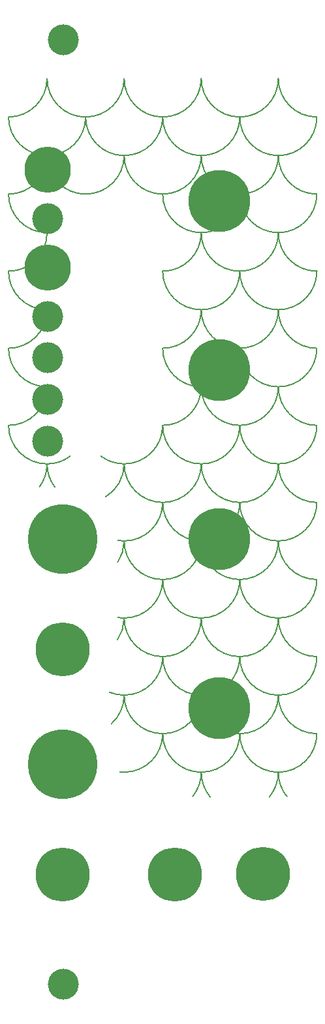
<source format=gbr>
%TF.GenerationSoftware,KiCad,Pcbnew,8.0.6-8.0.6-0~ubuntu22.04.1*%
%TF.CreationDate,2024-12-05T17:52:13+01:00*%
%TF.ProjectId,peaks_v30_panel,7065616b-735f-4763-9330-5f70616e656c,rev?*%
%TF.SameCoordinates,Original*%
%TF.FileFunction,Copper,L1,Top*%
%TF.FilePolarity,Positive*%
%FSLAX46Y46*%
G04 Gerber Fmt 4.6, Leading zero omitted, Abs format (unit mm)*
G04 Created by KiCad (PCBNEW 8.0.6-8.0.6-0~ubuntu22.04.1) date 2024-12-05 17:52:13*
%MOMM*%
%LPD*%
G01*
G04 APERTURE LIST*
%TA.AperFunction,NonConductor*%
%ADD10C,0.200000*%
%TD*%
%TA.AperFunction,ViaPad*%
%ADD11C,8.000000*%
%TD*%
%TA.AperFunction,ViaPad*%
%ADD12C,6.000000*%
%TD*%
%TA.AperFunction,ViaPad*%
%ADD13C,7.000000*%
%TD*%
%TA.AperFunction,ViaPad*%
%ADD14C,4.000000*%
%TD*%
%TA.AperFunction,ViaPad*%
%ADD15C,9.000000*%
%TD*%
%TA.AperFunction,Conductor*%
%ADD16C,0.250000*%
%TD*%
G04 APERTURE END LIST*
D10*
X85993600Y-95163600D02*
G75*
G02*
X80993600Y-100163600I-5000000J0D01*
G01*
X95993600Y-95163600D02*
G75*
G02*
X90993600Y-90163600I0J5000000D01*
G01*
X90993600Y-90163600D02*
G75*
G02*
X85993600Y-95163600I-5000000J0D01*
G01*
X75993600Y-95163600D02*
G75*
G02*
X70993600Y-90163600I0J5000000D01*
G01*
X75993600Y-95163600D02*
G75*
G02*
X70993600Y-100163600I-5000000J0D01*
G01*
X80993600Y-90163600D02*
G75*
G02*
X75993600Y-95163600I-5000000J0D01*
G01*
X95993600Y-95163600D02*
G75*
G02*
X90993600Y-100163600I-5000000J0D01*
G01*
X90993600Y-100163600D02*
G75*
G02*
X85993600Y-95163600I0J5000000D01*
G01*
X85993600Y-95163600D02*
G75*
G02*
X80993600Y-90163600I0J5000000D01*
G01*
X80993600Y-100163600D02*
G75*
G02*
X75993600Y-95163600I0J5000000D01*
G01*
X85993600Y-85163600D02*
G75*
G02*
X80993600Y-90163600I-5000000J0D01*
G01*
X95993600Y-85163600D02*
G75*
G02*
X90993600Y-80163600I0J5000000D01*
G01*
X90993600Y-80163600D02*
G75*
G02*
X85993600Y-85163600I-5000000J0D01*
G01*
X60993600Y-80163600D02*
G75*
G02*
X55993600Y-85163600I-5000000J0D01*
G01*
X80993600Y-80163600D02*
G75*
G02*
X75993600Y-85163600I-5000000J0D01*
G01*
X95993600Y-85163600D02*
G75*
G02*
X90993600Y-90163600I-5000000J0D01*
G01*
X90993600Y-90163600D02*
G75*
G02*
X85993600Y-85163600I0J5000000D01*
G01*
X85993600Y-85163600D02*
G75*
G02*
X80993600Y-80163600I0J5000000D01*
G01*
X80993600Y-90163600D02*
G75*
G02*
X75993600Y-85163600I0J5000000D01*
G01*
X60993600Y-90163600D02*
G75*
G02*
X55993600Y-85163600I0J5000000D01*
G01*
X85993600Y-75163600D02*
G75*
G02*
X80993600Y-80163600I-5000000J0D01*
G01*
X95993600Y-75163600D02*
G75*
G02*
X90993600Y-70163600I0J5000000D01*
G01*
X90993600Y-70163600D02*
G75*
G02*
X85993600Y-75163600I-5000000J0D01*
G01*
X60993600Y-70163600D02*
G75*
G02*
X55993600Y-75163600I-5000000J0D01*
G01*
X80993600Y-70163600D02*
G75*
G02*
X75993600Y-75163600I-5000000J0D01*
G01*
X95993600Y-75163600D02*
G75*
G02*
X90993600Y-80163600I-5000000J0D01*
G01*
X90993600Y-80163600D02*
G75*
G02*
X85993600Y-75163600I0J5000000D01*
G01*
X85993600Y-75163600D02*
G75*
G02*
X80993600Y-70163600I0J5000000D01*
G01*
X80993600Y-80163600D02*
G75*
G02*
X75993600Y-75163600I0J5000000D01*
G01*
X60993600Y-80163600D02*
G75*
G02*
X55993600Y-75163600I0J5000000D01*
G01*
X85993600Y-65163600D02*
G75*
G02*
X80993600Y-70163600I-5000000J0D01*
G01*
X95993600Y-65163600D02*
G75*
G02*
X90993600Y-60163600I0J5000000D01*
G01*
X90993600Y-60163600D02*
G75*
G02*
X85993600Y-65163600I-5000000J0D01*
G01*
X60993600Y-60163600D02*
G75*
G02*
X55993600Y-65163600I-5000000J0D01*
G01*
X80993600Y-60163600D02*
G75*
G02*
X75993600Y-65163600I-5000000J0D01*
G01*
X95993600Y-65163600D02*
G75*
G02*
X90993600Y-70163600I-5000000J0D01*
G01*
X90993600Y-70163600D02*
G75*
G02*
X85993600Y-65163600I0J5000000D01*
G01*
X85993600Y-65163600D02*
G75*
G02*
X80993600Y-60163600I0J5000000D01*
G01*
X80993600Y-70163600D02*
G75*
G02*
X75993600Y-65163600I0J5000000D01*
G01*
X60993600Y-70163600D02*
G75*
G02*
X55993600Y-65163600I0J5000000D01*
G01*
X85993600Y-55163600D02*
G75*
G02*
X80993600Y-60163600I-5000000J0D01*
G01*
X95993600Y-55163600D02*
G75*
G02*
X90993600Y-50163600I0J5000000D01*
G01*
X90993600Y-50163600D02*
G75*
G02*
X85993600Y-55163600I-5000000J0D01*
G01*
X75993600Y-55163600D02*
G75*
G02*
X70993600Y-50163600I0J5000000D01*
G01*
X70993600Y-50163600D02*
G75*
G02*
X65993600Y-55163600I-5000000J0D01*
G01*
X60993600Y-50163600D02*
G75*
G02*
X55993600Y-55163600I-5000000J0D01*
G01*
X80993600Y-50163600D02*
G75*
G02*
X75993600Y-55163600I-5000000J0D01*
G01*
X95993600Y-55163600D02*
G75*
G02*
X90993600Y-60163600I-5000000J0D01*
G01*
X90993600Y-60163600D02*
G75*
G02*
X85993600Y-55163600I0J5000000D01*
G01*
X85993600Y-55163600D02*
G75*
G02*
X80993600Y-50163600I0J5000000D01*
G01*
X80993600Y-60163600D02*
G75*
G02*
X75993600Y-55163600I0J5000000D01*
G01*
X65993600Y-55163600D02*
G75*
G02*
X60993600Y-50163600I0J5000000D01*
G01*
X60993600Y-60163600D02*
G75*
G02*
X55993600Y-55163600I0J5000000D01*
G01*
X85993600Y-45163600D02*
G75*
G02*
X80993600Y-50163600I-5000000J0D01*
G01*
X95993600Y-45163600D02*
G75*
G02*
X90993600Y-40163600I0J5000000D01*
G01*
X90993600Y-40163600D02*
G75*
G02*
X85993600Y-45163600I-5000000J0D01*
G01*
X65993600Y-45163600D02*
G75*
G02*
X60993600Y-50163600I-5000000J0D01*
G01*
X75993600Y-45163600D02*
G75*
G02*
X70993600Y-40163600I0J5000000D01*
G01*
X70993600Y-40163600D02*
G75*
G02*
X65993600Y-45163600I-5000000J0D01*
G01*
X60993600Y-40163600D02*
G75*
G02*
X55993600Y-45163600I-5000000J0D01*
G01*
X75993600Y-45163600D02*
G75*
G02*
X70993600Y-50163600I-5000000J0D01*
G01*
X70993600Y-50163600D02*
G75*
G02*
X65993600Y-45163600I0J5000000D01*
G01*
X80993600Y-40163600D02*
G75*
G02*
X75993600Y-45163600I-5000000J0D01*
G01*
X95993600Y-45163600D02*
G75*
G02*
X90993600Y-50163600I-5000000J0D01*
G01*
X90993600Y-50163600D02*
G75*
G02*
X85993600Y-45163600I0J5000000D01*
G01*
X85993600Y-45163600D02*
G75*
G02*
X80993600Y-40163600I0J5000000D01*
G01*
X80993600Y-50163600D02*
G75*
G02*
X75993600Y-45163600I0J5000000D01*
G01*
X65993600Y-45163600D02*
G75*
G02*
X60993600Y-40163600I0J5000000D01*
G01*
X60993600Y-50163600D02*
G75*
G02*
X55993600Y-45163600I0J5000000D01*
G01*
X75993600Y-85163600D02*
G75*
G02*
X70993600Y-90163600I-5000000J0D01*
G01*
X80993600Y-110163600D02*
G75*
G02*
X75993600Y-115163600I-5000000J0D01*
G01*
X75993600Y-115163600D02*
G75*
G02*
X70993600Y-120163600I-5000000J0D01*
G01*
X90993600Y-120163600D02*
G75*
G02*
X85993600Y-115163600I0J5000000D01*
G01*
X85993600Y-115163600D02*
G75*
G02*
X80993600Y-120163600I-5000000J0D01*
G01*
X95993600Y-125163600D02*
G75*
G02*
X90993600Y-130163600I-5000000J0D01*
G01*
X80993600Y-120163600D02*
G75*
G02*
X75993600Y-125163600I-5000000J0D01*
G01*
X85993600Y-115163600D02*
G75*
G02*
X80993600Y-110163600I0J5000000D01*
G01*
X85993600Y-125163600D02*
G75*
G02*
X80993600Y-130163600I-5000000J0D01*
G01*
X90993600Y-110163600D02*
G75*
G02*
X85993600Y-105163600I0J5000000D01*
G01*
X95993600Y-105163600D02*
G75*
G02*
X90993600Y-110163600I-5000000J0D01*
G01*
X80993600Y-100163600D02*
G75*
G02*
X75993600Y-105163600I-5000000J0D01*
G01*
X85993600Y-105163600D02*
G75*
G02*
X80993600Y-100163600I0J5000000D01*
G01*
X80993600Y-130163600D02*
G75*
G02*
X75993600Y-125163600I0J5000000D01*
G01*
X75993600Y-125163600D02*
G75*
G02*
X70993600Y-120163600I0J5000000D01*
G01*
X90993600Y-120163600D02*
G75*
G02*
X85993600Y-125163600I-5000000J0D01*
G01*
X95993600Y-125163600D02*
G75*
G02*
X90993600Y-120163600I0J5000000D01*
G01*
X75993600Y-125163600D02*
G75*
G02*
X70993600Y-130163600I-5000000J0D01*
G01*
X95993600Y-115163600D02*
G75*
G02*
X90993600Y-110163600I0J5000000D01*
G01*
X85993600Y-125163600D02*
G75*
G02*
X80993600Y-120163600I0J5000000D01*
G01*
X90993600Y-130163600D02*
G75*
G02*
X85993600Y-125163600I0J5000000D01*
G01*
X75993600Y-115163600D02*
G75*
G02*
X70993600Y-110163600I0J5000000D01*
G01*
X90993600Y-110163600D02*
G75*
G02*
X85993600Y-115163600I-5000000J0D01*
G01*
X95993600Y-115163600D02*
G75*
G02*
X90993600Y-120163600I-5000000J0D01*
G01*
X80993600Y-120163600D02*
G75*
G02*
X75993600Y-115163600I0J5000000D01*
G01*
X80993600Y-110163600D02*
G75*
G02*
X75993600Y-105163600I0J5000000D01*
G01*
X75993600Y-105163600D02*
G75*
G02*
X70993600Y-100163600I0J5000000D01*
G01*
X90993600Y-100163600D02*
G75*
G02*
X85993600Y-105163600I-5000000J0D01*
G01*
X95993600Y-105163600D02*
G75*
G02*
X90993600Y-100163600I0J5000000D01*
G01*
X75993600Y-105163600D02*
G75*
G02*
X70993600Y-110163600I-5000000J0D01*
G01*
X85993600Y-105163600D02*
G75*
G02*
X80993600Y-110163600I-5000000J0D01*
G01*
X60993600Y-90163600D02*
G75*
G02*
X59993600Y-93163600I-5000000J0D01*
G01*
X61993600Y-93163600D02*
G75*
G02*
X60993600Y-90163600I4000000J3000000D01*
G01*
X70993600Y-90163600D02*
G75*
G02*
X68566079Y-94451065I-5000000J0D01*
G01*
X70993600Y-100163600D02*
G75*
G02*
X70171605Y-100095570I0J5000000D01*
G01*
X70993600Y-110163600D02*
G75*
G02*
X70171605Y-110095570I0J5000000D01*
G01*
X70993600Y-100163600D02*
G75*
G02*
X70153851Y-102937101I-5000000J0D01*
G01*
X70993600Y-110163600D02*
G75*
G02*
X70104561Y-113009650I-5000000J0D01*
G01*
X70993600Y-120163600D02*
G75*
G02*
X69070523Y-119778985I0J5000000D01*
G01*
X70993600Y-120163600D02*
G75*
G02*
X69338424Y-123880071I-5000000J0D01*
G01*
X70993600Y-130163600D02*
G75*
G02*
X70409394Y-130129353I0J5000000D01*
G01*
X80993600Y-130163600D02*
G75*
G02*
X79874170Y-133316563I-5000000J0D01*
G01*
X82152494Y-133364522D02*
G75*
G02*
X80993600Y-130163600I3841106J3200922D01*
G01*
X90993600Y-130163600D02*
G75*
G02*
X89834706Y-133364522I-5000000J0D01*
G01*
X92123814Y-133329789D02*
G75*
G02*
X90993600Y-130163600I3869786J3166189D01*
G01*
X70993600Y-90163600D02*
G75*
G02*
X67993600Y-89163600I0J5000000D01*
G01*
X63993600Y-89163600D02*
G75*
G02*
X60993600Y-90163600I-3000000J4000000D01*
G01*
D11*
%TO.N,*%
X83306100Y-77998600D03*
D12*
X61081100Y-51963600D03*
D13*
X62986100Y-114193600D03*
D14*
X61081160Y-71013600D03*
D13*
X77591100Y-143403600D03*
D12*
X61081100Y-64663600D03*
D14*
X61081160Y-58313600D03*
D11*
X83306100Y-121813600D03*
D14*
X61081098Y-76411098D03*
X63123600Y-35163600D03*
D11*
X83306100Y-99906100D03*
D13*
X89011100Y-143393600D03*
X62986100Y-143403600D03*
D14*
X63123600Y-157663600D03*
D15*
X62986100Y-99906100D03*
D14*
X61081098Y-87206098D03*
D11*
X83306100Y-56091100D03*
D14*
X61081098Y-81808598D03*
D15*
X62986100Y-129116100D03*
%TD*%
D16*
%TO.N,*%
X61081160Y-58313600D02*
X62373658Y-59606098D01*
%TD*%
M02*

</source>
